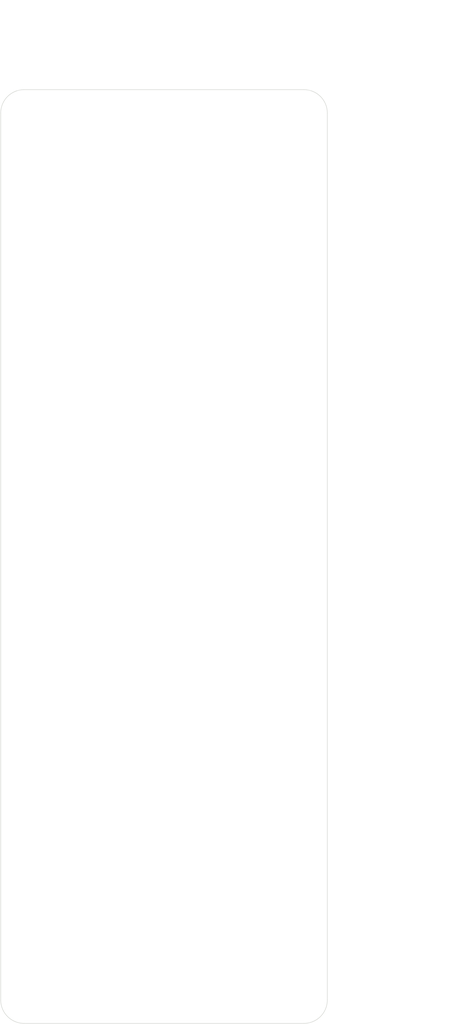
<source format=kicad_pcb>
(kicad_pcb (version 20171130) (host pcbnew 5.1.2-f72e74a~84~ubuntu18.04.1)

  (general
    (thickness 1.6)
    (drawings 10)
    (tracks 0)
    (zones 0)
    (modules 3)
    (nets 1)
  )

  (page A4)
  (layers
    (0 F.Cu signal)
    (31 B.Cu signal)
    (32 B.Adhes user)
    (33 F.Adhes user)
    (34 B.Paste user)
    (35 F.Paste user)
    (36 B.SilkS user)
    (37 F.SilkS user)
    (38 B.Mask user)
    (39 F.Mask user)
    (40 Dwgs.User user)
    (41 Cmts.User user)
    (42 Eco1.User user)
    (43 Eco2.User user)
    (44 Edge.Cuts user)
    (45 Margin user)
    (46 B.CrtYd user)
    (47 F.CrtYd user)
    (48 B.Fab user)
    (49 F.Fab user)
  )

  (setup
    (last_trace_width 0.25)
    (trace_clearance 0.2)
    (zone_clearance 0.508)
    (zone_45_only no)
    (trace_min 0.2)
    (via_size 0.8)
    (via_drill 0.4)
    (via_min_size 0.4)
    (via_min_drill 0.3)
    (uvia_size 0.3)
    (uvia_drill 0.1)
    (uvias_allowed no)
    (uvia_min_size 0.2)
    (uvia_min_drill 0.1)
    (edge_width 0.05)
    (segment_width 0.2)
    (pcb_text_width 0.3)
    (pcb_text_size 1.5 1.5)
    (mod_edge_width 0.12)
    (mod_text_size 1 1)
    (mod_text_width 0.15)
    (pad_size 1.524 1.524)
    (pad_drill 0.762)
    (pad_to_mask_clearance 0.051)
    (solder_mask_min_width 0.25)
    (aux_axis_origin 0 0)
    (visible_elements FFFFFF7F)
    (pcbplotparams
      (layerselection 0x010fc_ffffffff)
      (usegerberextensions false)
      (usegerberattributes false)
      (usegerberadvancedattributes false)
      (creategerberjobfile false)
      (excludeedgelayer true)
      (linewidth 0.100000)
      (plotframeref false)
      (viasonmask false)
      (mode 1)
      (useauxorigin false)
      (hpglpennumber 1)
      (hpglpenspeed 20)
      (hpglpendiameter 15.000000)
      (psnegative false)
      (psa4output false)
      (plotreference true)
      (plotvalue true)
      (plotinvisibletext false)
      (padsonsilk false)
      (subtractmaskfromsilk false)
      (outputformat 1)
      (mirror false)
      (drillshape 1)
      (scaleselection 1)
      (outputdirectory ""))
  )

  (net 0 "")

  (net_class Default "これはデフォルトのネット クラスです。"
    (clearance 0.2)
    (trace_width 0.25)
    (via_dia 0.8)
    (via_drill 0.4)
    (uvia_dia 0.3)
    (uvia_drill 0.1)
  )

  (net_class Power ""
    (clearance 0.2)
    (trace_width 0.5)
    (via_dia 0.8)
    (via_drill 0.4)
    (uvia_dia 0.3)
    (uvia_drill 0.1)
  )

  (module lib:MountingHole_2.2mm_M2 locked (layer F.Cu) (tedit 5BC59CB0) (tstamp 5CF4EE72)
    (at 239.875 125.875)
    (descr "Mounting Hole 2.2mm, no annular, M2")
    (tags "mounting hole 2.2mm no annular m2")
    (attr virtual)
    (fp_text reference "" (at 0 -3.2) (layer F.SilkS)
      (effects (font (size 1 1) (thickness 0.15)))
    )
    (fp_text value M2 (at 0 3.2) (layer F.Fab)
      (effects (font (size 1 1) (thickness 0.15)))
    )
    (fp_circle (center 0 0) (end 1.75 0) (layer F.CrtYd) (width 0.05))
    (fp_text user %R (at 0.3 0) (layer F.Fab)
      (effects (font (size 1 1) (thickness 0.15)))
    )
    (pad 1 np_thru_hole circle (at 0 0) (size 2.2 2.2) (drill 2.2) (layers *.Cu *.Mask))
  )

  (module lib:MountingHole_2.2mm_M2 locked (layer F.Cu) (tedit 5BC59CB0) (tstamp 5CF4EE5F)
    (at 239.875 54.625)
    (descr "Mounting Hole 2.2mm, no annular, M2")
    (tags "mounting hole 2.2mm no annular m2")
    (attr virtual)
    (fp_text reference "" (at 0 -3.2) (layer F.SilkS)
      (effects (font (size 1 1) (thickness 0.15)))
    )
    (fp_text value M2 (at 0 3.2) (layer F.Fab)
      (effects (font (size 1 1) (thickness 0.15)))
    )
    (fp_circle (center 0 0) (end 1.75 0) (layer F.CrtYd) (width 0.05))
    (fp_text user %R (at 0.3 0) (layer F.Fab)
      (effects (font (size 1 1) (thickness 0.15)))
    )
    (pad 1 np_thru_hole circle (at 0 0) (size 2.2 2.2) (drill 2.2) (layers *.Cu *.Mask))
  )

  (module lib:MountingHole_2.2mm_M2 locked (layer F.Cu) (tedit 5BC59CB0) (tstamp 5CF4EE3B)
    (at 220.875 92.625)
    (descr "Mounting Hole 2.2mm, no annular, M2")
    (tags "mounting hole 2.2mm no annular m2")
    (attr virtual)
    (fp_text reference "" (at 0 -3.2) (layer F.SilkS)
      (effects (font (size 1 1) (thickness 0.15)))
    )
    (fp_text value M2 (at 0 3.2) (layer F.Fab)
      (effects (font (size 1 1) (thickness 0.15)))
    )
    (fp_circle (center 0 0) (end 1.75 0) (layer F.CrtYd) (width 0.05))
    (fp_text user %R (at 0.3 0) (layer F.Fab)
      (effects (font (size 1 1) (thickness 0.15)))
    )
    (pad 1 np_thru_hole circle (at 0 0) (size 2.2 2.2) (drill 2.2) (layers *.Cu *.Mask))
  )

  (dimension 95 (width 0.15) (layer Dwgs.User)
    (gr_text "95.000 mm" (at 257.8 92.625 270) (layer Dwgs.User)
      (effects (font (size 1 1) (thickness 0.15)))
    )
    (feature1 (pts (xy 242.25 140.125) (xy 257.086421 140.125)))
    (feature2 (pts (xy 242.25 45.125) (xy 257.086421 45.125)))
    (crossbar (pts (xy 256.5 45.125) (xy 256.5 140.125)))
    (arrow1a (pts (xy 256.5 140.125) (xy 255.913579 138.998496)))
    (arrow1b (pts (xy 256.5 140.125) (xy 257.086421 138.998496)))
    (arrow2a (pts (xy 256.5 45.125) (xy 255.913579 46.251504)))
    (arrow2b (pts (xy 256.5 45.125) (xy 257.086421 46.251504)))
  )
  (dimension 33.25 (width 0.15) (layer Dwgs.User)
    (gr_text "33.250 mm" (at 228 36.7) (layer Dwgs.User)
      (effects (font (size 1 1) (thickness 0.15)))
    )
    (feature1 (pts (xy 244.625 47.5) (xy 244.625 37.413579)))
    (feature2 (pts (xy 211.375 47.5) (xy 211.375 37.413579)))
    (crossbar (pts (xy 211.375 38) (xy 244.625 38)))
    (arrow1a (pts (xy 244.625 38) (xy 243.498496 38.586421)))
    (arrow1b (pts (xy 244.625 38) (xy 243.498496 37.413579)))
    (arrow2a (pts (xy 211.375 38) (xy 212.501504 38.586421)))
    (arrow2b (pts (xy 211.375 38) (xy 212.501504 37.413579)))
  )
  (gr_arc (start 213.75 47.5) (end 213.75 45.125) (angle -90) (layer Edge.Cuts) (width 0.05))
  (gr_arc (start 213.75 137.75) (end 211.375 137.75) (angle -90) (layer Edge.Cuts) (width 0.05))
  (gr_line (start 211.375 47.5) (end 211.375 137.75) (layer Edge.Cuts) (width 0.05))
  (gr_arc (start 242.25 47.5) (end 244.625 47.5) (angle -90) (layer Edge.Cuts) (width 0.05))
  (gr_arc (start 242.25 137.75) (end 242.25 140.125) (angle -90) (layer Edge.Cuts) (width 0.05))
  (gr_line (start 242.25 140.125) (end 213.75 140.125) (layer Edge.Cuts) (width 0.05) (tstamp 5CF33D30))
  (gr_line (start 244.625 47.5) (end 244.625 137.75) (layer Edge.Cuts) (width 0.05))
  (gr_line (start 213.75 45.125) (end 242.25 45.125) (layer Edge.Cuts) (width 0.05))

)

</source>
